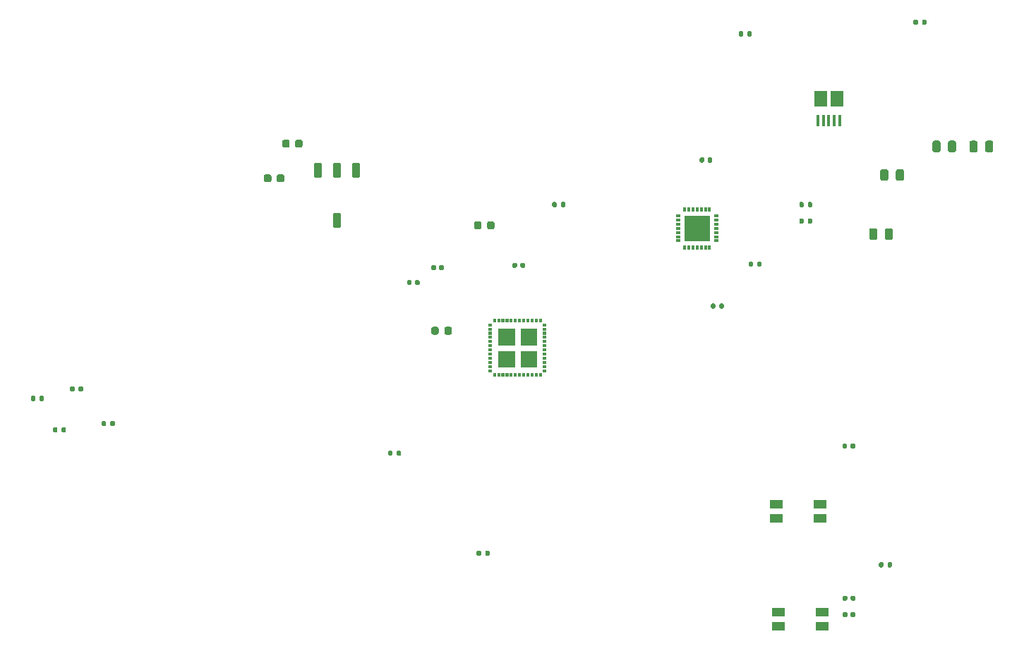
<source format=gbr>
%TF.GenerationSoftware,KiCad,Pcbnew,(5.1.10)-1*%
%TF.CreationDate,2021-11-14T07:07:01-06:00*%
%TF.ProjectId,SeniorDes_PCB,53656e69-6f72-4446-9573-5f5043422e6b,rev?*%
%TF.SameCoordinates,Original*%
%TF.FileFunction,Paste,Top*%
%TF.FilePolarity,Positive*%
%FSLAX46Y46*%
G04 Gerber Fmt 4.6, Leading zero omitted, Abs format (unit mm)*
G04 Created by KiCad (PCBNEW (5.1.10)-1) date 2021-11-14 07:07:01*
%MOMM*%
%LPD*%
G01*
G04 APERTURE LIST*
%ADD10C,0.100000*%
%ADD11C,0.010000*%
%ADD12R,3.149600X3.149600*%
%ADD13R,0.304800X0.609600*%
%ADD14R,0.609600X0.304800*%
%ADD15R,1.550000X1.000000*%
%ADD16R,1.500000X1.900000*%
%ADD17R,0.400000X1.350000*%
G04 APERTURE END LIST*
D10*
%TO.C,U3*%
G36*
X166290000Y-67530000D02*
G01*
X166290000Y-68904800D01*
X167664800Y-68904800D01*
X167664800Y-67530000D01*
X166290000Y-67530000D01*
G37*
X166290000Y-67530000D02*
X166290000Y-68904800D01*
X167664800Y-68904800D01*
X167664800Y-67530000D01*
X166290000Y-67530000D01*
G36*
X166290000Y-65955200D02*
G01*
X166290000Y-67330000D01*
X167664800Y-67330000D01*
X167664800Y-65955200D01*
X166290000Y-65955200D01*
G37*
X166290000Y-65955200D02*
X166290000Y-67330000D01*
X167664800Y-67330000D01*
X167664800Y-65955200D01*
X166290000Y-65955200D01*
G36*
X164715200Y-67530000D02*
G01*
X164715200Y-68904800D01*
X166090000Y-68904800D01*
X166090000Y-67530000D01*
X164715200Y-67530000D01*
G37*
X164715200Y-67530000D02*
X164715200Y-68904800D01*
X166090000Y-68904800D01*
X166090000Y-67530000D01*
X164715200Y-67530000D01*
G36*
X164715200Y-65955200D02*
G01*
X164715200Y-67330000D01*
X166090000Y-67330000D01*
X166090000Y-65955200D01*
X164715200Y-65955200D01*
G37*
X164715200Y-65955200D02*
X164715200Y-67330000D01*
X166090000Y-67330000D01*
X166090000Y-65955200D01*
X164715200Y-65955200D01*
D11*
%TO.C,U2*%
G36*
X145035000Y-82175000D02*
G01*
X146945000Y-82175000D01*
X146945000Y-84085000D01*
X145035000Y-84085000D01*
X145035000Y-82175000D01*
G37*
X145035000Y-82175000D02*
X146945000Y-82175000D01*
X146945000Y-84085000D01*
X145035000Y-84085000D01*
X145035000Y-82175000D01*
G36*
X142335000Y-82175000D02*
G01*
X144245000Y-82175000D01*
X144245000Y-84085000D01*
X142335000Y-84085000D01*
X142335000Y-82175000D01*
G37*
X142335000Y-82175000D02*
X144245000Y-82175000D01*
X144245000Y-84085000D01*
X142335000Y-84085000D01*
X142335000Y-82175000D01*
G36*
X142335000Y-79475000D02*
G01*
X144245000Y-79475000D01*
X144245000Y-81385000D01*
X142335000Y-81385000D01*
X142335000Y-79475000D01*
G37*
X142335000Y-79475000D02*
X144245000Y-79475000D01*
X144245000Y-81385000D01*
X142335000Y-81385000D01*
X142335000Y-79475000D01*
G36*
X145035000Y-79475000D02*
G01*
X146945000Y-79475000D01*
X146945000Y-81385000D01*
X145035000Y-81385000D01*
X145035000Y-79475000D01*
G37*
X145035000Y-79475000D02*
X146945000Y-79475000D01*
X146945000Y-81385000D01*
X145035000Y-81385000D01*
X145035000Y-79475000D01*
%TD*%
D12*
%TO.C,U3*%
X166190000Y-67430000D03*
D13*
X164690000Y-65131300D03*
X165189999Y-65131300D03*
X165690001Y-65131300D03*
X166190000Y-65131300D03*
X166689999Y-65131300D03*
X167190001Y-65131300D03*
X167690000Y-65131300D03*
D14*
X168488700Y-65930000D03*
X168488700Y-66429999D03*
X168488700Y-66930001D03*
X168488700Y-67430000D03*
X168488700Y-67929999D03*
X168488700Y-68430001D03*
X168488700Y-68930000D03*
D13*
X167690000Y-69728700D03*
X167190001Y-69728700D03*
X166689999Y-69728700D03*
X166190000Y-69728700D03*
X165690001Y-69728700D03*
X165189999Y-69728700D03*
X164690000Y-69728700D03*
D14*
X163891300Y-68930000D03*
X163891300Y-68430001D03*
X163891300Y-67929999D03*
X163891300Y-67430000D03*
X163891300Y-66930001D03*
X163891300Y-66429999D03*
X163891300Y-65930000D03*
%TD*%
%TO.C,U2*%
G36*
G01*
X141715000Y-78726000D02*
X141715000Y-78304000D01*
G75*
G02*
X141729000Y-78290000I14000J0D01*
G01*
X142051000Y-78290000D01*
G75*
G02*
X142065000Y-78304000I0J-14000D01*
G01*
X142065000Y-78726000D01*
G75*
G02*
X142051000Y-78740000I-14000J0D01*
G01*
X141729000Y-78740000D01*
G75*
G02*
X141715000Y-78726000I0J14000D01*
G01*
G37*
G36*
G01*
X142215000Y-78726000D02*
X142215000Y-78304000D01*
G75*
G02*
X142229000Y-78290000I14000J0D01*
G01*
X142551000Y-78290000D01*
G75*
G02*
X142565000Y-78304000I0J-14000D01*
G01*
X142565000Y-78726000D01*
G75*
G02*
X142551000Y-78740000I-14000J0D01*
G01*
X142229000Y-78740000D01*
G75*
G02*
X142215000Y-78726000I0J14000D01*
G01*
G37*
G36*
G01*
X142715000Y-78726000D02*
X142715000Y-78304000D01*
G75*
G02*
X142729000Y-78290000I14000J0D01*
G01*
X143051000Y-78290000D01*
G75*
G02*
X143065000Y-78304000I0J-14000D01*
G01*
X143065000Y-78726000D01*
G75*
G02*
X143051000Y-78740000I-14000J0D01*
G01*
X142729000Y-78740000D01*
G75*
G02*
X142715000Y-78726000I0J14000D01*
G01*
G37*
G36*
G01*
X143215000Y-78726000D02*
X143215000Y-78304000D01*
G75*
G02*
X143229000Y-78290000I14000J0D01*
G01*
X143551000Y-78290000D01*
G75*
G02*
X143565000Y-78304000I0J-14000D01*
G01*
X143565000Y-78726000D01*
G75*
G02*
X143551000Y-78740000I-14000J0D01*
G01*
X143229000Y-78740000D01*
G75*
G02*
X143215000Y-78726000I0J14000D01*
G01*
G37*
G36*
G01*
X143715000Y-78726000D02*
X143715000Y-78304000D01*
G75*
G02*
X143729000Y-78290000I14000J0D01*
G01*
X144051000Y-78290000D01*
G75*
G02*
X144065000Y-78304000I0J-14000D01*
G01*
X144065000Y-78726000D01*
G75*
G02*
X144051000Y-78740000I-14000J0D01*
G01*
X143729000Y-78740000D01*
G75*
G02*
X143715000Y-78726000I0J14000D01*
G01*
G37*
G36*
G01*
X144215000Y-78726000D02*
X144215000Y-78304000D01*
G75*
G02*
X144229000Y-78290000I14000J0D01*
G01*
X144551000Y-78290000D01*
G75*
G02*
X144565000Y-78304000I0J-14000D01*
G01*
X144565000Y-78726000D01*
G75*
G02*
X144551000Y-78740000I-14000J0D01*
G01*
X144229000Y-78740000D01*
G75*
G02*
X144215000Y-78726000I0J14000D01*
G01*
G37*
G36*
G01*
X144715000Y-78726000D02*
X144715000Y-78304000D01*
G75*
G02*
X144729000Y-78290000I14000J0D01*
G01*
X145051000Y-78290000D01*
G75*
G02*
X145065000Y-78304000I0J-14000D01*
G01*
X145065000Y-78726000D01*
G75*
G02*
X145051000Y-78740000I-14000J0D01*
G01*
X144729000Y-78740000D01*
G75*
G02*
X144715000Y-78726000I0J14000D01*
G01*
G37*
G36*
G01*
X145215000Y-78726000D02*
X145215000Y-78304000D01*
G75*
G02*
X145229000Y-78290000I14000J0D01*
G01*
X145551000Y-78290000D01*
G75*
G02*
X145565000Y-78304000I0J-14000D01*
G01*
X145565000Y-78726000D01*
G75*
G02*
X145551000Y-78740000I-14000J0D01*
G01*
X145229000Y-78740000D01*
G75*
G02*
X145215000Y-78726000I0J14000D01*
G01*
G37*
G36*
G01*
X145715000Y-78726000D02*
X145715000Y-78304000D01*
G75*
G02*
X145729000Y-78290000I14000J0D01*
G01*
X146051000Y-78290000D01*
G75*
G02*
X146065000Y-78304000I0J-14000D01*
G01*
X146065000Y-78726000D01*
G75*
G02*
X146051000Y-78740000I-14000J0D01*
G01*
X145729000Y-78740000D01*
G75*
G02*
X145715000Y-78726000I0J14000D01*
G01*
G37*
G36*
G01*
X146215000Y-78726000D02*
X146215000Y-78304000D01*
G75*
G02*
X146229000Y-78290000I14000J0D01*
G01*
X146551000Y-78290000D01*
G75*
G02*
X146565000Y-78304000I0J-14000D01*
G01*
X146565000Y-78726000D01*
G75*
G02*
X146551000Y-78740000I-14000J0D01*
G01*
X146229000Y-78740000D01*
G75*
G02*
X146215000Y-78726000I0J14000D01*
G01*
G37*
G36*
G01*
X146715000Y-78726000D02*
X146715000Y-78304000D01*
G75*
G02*
X146729000Y-78290000I14000J0D01*
G01*
X147051000Y-78290000D01*
G75*
G02*
X147065000Y-78304000I0J-14000D01*
G01*
X147065000Y-78726000D01*
G75*
G02*
X147051000Y-78740000I-14000J0D01*
G01*
X146729000Y-78740000D01*
G75*
G02*
X146715000Y-78726000I0J14000D01*
G01*
G37*
G36*
G01*
X147215000Y-78726000D02*
X147215000Y-78304000D01*
G75*
G02*
X147229000Y-78290000I14000J0D01*
G01*
X147551000Y-78290000D01*
G75*
G02*
X147565000Y-78304000I0J-14000D01*
G01*
X147565000Y-78726000D01*
G75*
G02*
X147551000Y-78740000I-14000J0D01*
G01*
X147229000Y-78740000D01*
G75*
G02*
X147215000Y-78726000I0J14000D01*
G01*
G37*
G36*
G01*
X147680000Y-79191000D02*
X147680000Y-78869000D01*
G75*
G02*
X147694000Y-78855000I14000J0D01*
G01*
X148116000Y-78855000D01*
G75*
G02*
X148130000Y-78869000I0J-14000D01*
G01*
X148130000Y-79191000D01*
G75*
G02*
X148116000Y-79205000I-14000J0D01*
G01*
X147694000Y-79205000D01*
G75*
G02*
X147680000Y-79191000I0J14000D01*
G01*
G37*
G36*
G01*
X147680000Y-79691000D02*
X147680000Y-79369000D01*
G75*
G02*
X147694000Y-79355000I14000J0D01*
G01*
X148116000Y-79355000D01*
G75*
G02*
X148130000Y-79369000I0J-14000D01*
G01*
X148130000Y-79691000D01*
G75*
G02*
X148116000Y-79705000I-14000J0D01*
G01*
X147694000Y-79705000D01*
G75*
G02*
X147680000Y-79691000I0J14000D01*
G01*
G37*
G36*
G01*
X147680000Y-80191000D02*
X147680000Y-79869000D01*
G75*
G02*
X147694000Y-79855000I14000J0D01*
G01*
X148116000Y-79855000D01*
G75*
G02*
X148130000Y-79869000I0J-14000D01*
G01*
X148130000Y-80191000D01*
G75*
G02*
X148116000Y-80205000I-14000J0D01*
G01*
X147694000Y-80205000D01*
G75*
G02*
X147680000Y-80191000I0J14000D01*
G01*
G37*
G36*
G01*
X147680000Y-80691000D02*
X147680000Y-80369000D01*
G75*
G02*
X147694000Y-80355000I14000J0D01*
G01*
X148116000Y-80355000D01*
G75*
G02*
X148130000Y-80369000I0J-14000D01*
G01*
X148130000Y-80691000D01*
G75*
G02*
X148116000Y-80705000I-14000J0D01*
G01*
X147694000Y-80705000D01*
G75*
G02*
X147680000Y-80691000I0J14000D01*
G01*
G37*
G36*
G01*
X147680000Y-81191000D02*
X147680000Y-80869000D01*
G75*
G02*
X147694000Y-80855000I14000J0D01*
G01*
X148116000Y-80855000D01*
G75*
G02*
X148130000Y-80869000I0J-14000D01*
G01*
X148130000Y-81191000D01*
G75*
G02*
X148116000Y-81205000I-14000J0D01*
G01*
X147694000Y-81205000D01*
G75*
G02*
X147680000Y-81191000I0J14000D01*
G01*
G37*
G36*
G01*
X147680000Y-81691000D02*
X147680000Y-81369000D01*
G75*
G02*
X147694000Y-81355000I14000J0D01*
G01*
X148116000Y-81355000D01*
G75*
G02*
X148130000Y-81369000I0J-14000D01*
G01*
X148130000Y-81691000D01*
G75*
G02*
X148116000Y-81705000I-14000J0D01*
G01*
X147694000Y-81705000D01*
G75*
G02*
X147680000Y-81691000I0J14000D01*
G01*
G37*
G36*
G01*
X147680000Y-82191000D02*
X147680000Y-81869000D01*
G75*
G02*
X147694000Y-81855000I14000J0D01*
G01*
X148116000Y-81855000D01*
G75*
G02*
X148130000Y-81869000I0J-14000D01*
G01*
X148130000Y-82191000D01*
G75*
G02*
X148116000Y-82205000I-14000J0D01*
G01*
X147694000Y-82205000D01*
G75*
G02*
X147680000Y-82191000I0J14000D01*
G01*
G37*
G36*
G01*
X147680000Y-82691000D02*
X147680000Y-82369000D01*
G75*
G02*
X147694000Y-82355000I14000J0D01*
G01*
X148116000Y-82355000D01*
G75*
G02*
X148130000Y-82369000I0J-14000D01*
G01*
X148130000Y-82691000D01*
G75*
G02*
X148116000Y-82705000I-14000J0D01*
G01*
X147694000Y-82705000D01*
G75*
G02*
X147680000Y-82691000I0J14000D01*
G01*
G37*
G36*
G01*
X147680000Y-83191000D02*
X147680000Y-82869000D01*
G75*
G02*
X147694000Y-82855000I14000J0D01*
G01*
X148116000Y-82855000D01*
G75*
G02*
X148130000Y-82869000I0J-14000D01*
G01*
X148130000Y-83191000D01*
G75*
G02*
X148116000Y-83205000I-14000J0D01*
G01*
X147694000Y-83205000D01*
G75*
G02*
X147680000Y-83191000I0J14000D01*
G01*
G37*
G36*
G01*
X147680000Y-83691000D02*
X147680000Y-83369000D01*
G75*
G02*
X147694000Y-83355000I14000J0D01*
G01*
X148116000Y-83355000D01*
G75*
G02*
X148130000Y-83369000I0J-14000D01*
G01*
X148130000Y-83691000D01*
G75*
G02*
X148116000Y-83705000I-14000J0D01*
G01*
X147694000Y-83705000D01*
G75*
G02*
X147680000Y-83691000I0J14000D01*
G01*
G37*
G36*
G01*
X147680000Y-84191000D02*
X147680000Y-83869000D01*
G75*
G02*
X147694000Y-83855000I14000J0D01*
G01*
X148116000Y-83855000D01*
G75*
G02*
X148130000Y-83869000I0J-14000D01*
G01*
X148130000Y-84191000D01*
G75*
G02*
X148116000Y-84205000I-14000J0D01*
G01*
X147694000Y-84205000D01*
G75*
G02*
X147680000Y-84191000I0J14000D01*
G01*
G37*
G36*
G01*
X147680000Y-84691000D02*
X147680000Y-84369000D01*
G75*
G02*
X147694000Y-84355000I14000J0D01*
G01*
X148116000Y-84355000D01*
G75*
G02*
X148130000Y-84369000I0J-14000D01*
G01*
X148130000Y-84691000D01*
G75*
G02*
X148116000Y-84705000I-14000J0D01*
G01*
X147694000Y-84705000D01*
G75*
G02*
X147680000Y-84691000I0J14000D01*
G01*
G37*
G36*
G01*
X147215000Y-85256000D02*
X147215000Y-84834000D01*
G75*
G02*
X147229000Y-84820000I14000J0D01*
G01*
X147551000Y-84820000D01*
G75*
G02*
X147565000Y-84834000I0J-14000D01*
G01*
X147565000Y-85256000D01*
G75*
G02*
X147551000Y-85270000I-14000J0D01*
G01*
X147229000Y-85270000D01*
G75*
G02*
X147215000Y-85256000I0J14000D01*
G01*
G37*
G36*
G01*
X146715000Y-85256000D02*
X146715000Y-84834000D01*
G75*
G02*
X146729000Y-84820000I14000J0D01*
G01*
X147051000Y-84820000D01*
G75*
G02*
X147065000Y-84834000I0J-14000D01*
G01*
X147065000Y-85256000D01*
G75*
G02*
X147051000Y-85270000I-14000J0D01*
G01*
X146729000Y-85270000D01*
G75*
G02*
X146715000Y-85256000I0J14000D01*
G01*
G37*
G36*
G01*
X146215000Y-85256000D02*
X146215000Y-84834000D01*
G75*
G02*
X146229000Y-84820000I14000J0D01*
G01*
X146551000Y-84820000D01*
G75*
G02*
X146565000Y-84834000I0J-14000D01*
G01*
X146565000Y-85256000D01*
G75*
G02*
X146551000Y-85270000I-14000J0D01*
G01*
X146229000Y-85270000D01*
G75*
G02*
X146215000Y-85256000I0J14000D01*
G01*
G37*
G36*
G01*
X145715000Y-85256000D02*
X145715000Y-84834000D01*
G75*
G02*
X145729000Y-84820000I14000J0D01*
G01*
X146051000Y-84820000D01*
G75*
G02*
X146065000Y-84834000I0J-14000D01*
G01*
X146065000Y-85256000D01*
G75*
G02*
X146051000Y-85270000I-14000J0D01*
G01*
X145729000Y-85270000D01*
G75*
G02*
X145715000Y-85256000I0J14000D01*
G01*
G37*
G36*
G01*
X145215000Y-85256000D02*
X145215000Y-84834000D01*
G75*
G02*
X145229000Y-84820000I14000J0D01*
G01*
X145551000Y-84820000D01*
G75*
G02*
X145565000Y-84834000I0J-14000D01*
G01*
X145565000Y-85256000D01*
G75*
G02*
X145551000Y-85270000I-14000J0D01*
G01*
X145229000Y-85270000D01*
G75*
G02*
X145215000Y-85256000I0J14000D01*
G01*
G37*
G36*
G01*
X144715000Y-85256000D02*
X144715000Y-84834000D01*
G75*
G02*
X144729000Y-84820000I14000J0D01*
G01*
X145051000Y-84820000D01*
G75*
G02*
X145065000Y-84834000I0J-14000D01*
G01*
X145065000Y-85256000D01*
G75*
G02*
X145051000Y-85270000I-14000J0D01*
G01*
X144729000Y-85270000D01*
G75*
G02*
X144715000Y-85256000I0J14000D01*
G01*
G37*
G36*
G01*
X144215000Y-85256000D02*
X144215000Y-84834000D01*
G75*
G02*
X144229000Y-84820000I14000J0D01*
G01*
X144551000Y-84820000D01*
G75*
G02*
X144565000Y-84834000I0J-14000D01*
G01*
X144565000Y-85256000D01*
G75*
G02*
X144551000Y-85270000I-14000J0D01*
G01*
X144229000Y-85270000D01*
G75*
G02*
X144215000Y-85256000I0J14000D01*
G01*
G37*
G36*
G01*
X143715000Y-85256000D02*
X143715000Y-84834000D01*
G75*
G02*
X143729000Y-84820000I14000J0D01*
G01*
X144051000Y-84820000D01*
G75*
G02*
X144065000Y-84834000I0J-14000D01*
G01*
X144065000Y-85256000D01*
G75*
G02*
X144051000Y-85270000I-14000J0D01*
G01*
X143729000Y-85270000D01*
G75*
G02*
X143715000Y-85256000I0J14000D01*
G01*
G37*
G36*
G01*
X143215000Y-85256000D02*
X143215000Y-84834000D01*
G75*
G02*
X143229000Y-84820000I14000J0D01*
G01*
X143551000Y-84820000D01*
G75*
G02*
X143565000Y-84834000I0J-14000D01*
G01*
X143565000Y-85256000D01*
G75*
G02*
X143551000Y-85270000I-14000J0D01*
G01*
X143229000Y-85270000D01*
G75*
G02*
X143215000Y-85256000I0J14000D01*
G01*
G37*
G36*
G01*
X142715000Y-85256000D02*
X142715000Y-84834000D01*
G75*
G02*
X142729000Y-84820000I14000J0D01*
G01*
X143051000Y-84820000D01*
G75*
G02*
X143065000Y-84834000I0J-14000D01*
G01*
X143065000Y-85256000D01*
G75*
G02*
X143051000Y-85270000I-14000J0D01*
G01*
X142729000Y-85270000D01*
G75*
G02*
X142715000Y-85256000I0J14000D01*
G01*
G37*
G36*
G01*
X142215000Y-85256000D02*
X142215000Y-84834000D01*
G75*
G02*
X142229000Y-84820000I14000J0D01*
G01*
X142551000Y-84820000D01*
G75*
G02*
X142565000Y-84834000I0J-14000D01*
G01*
X142565000Y-85256000D01*
G75*
G02*
X142551000Y-85270000I-14000J0D01*
G01*
X142229000Y-85270000D01*
G75*
G02*
X142215000Y-85256000I0J14000D01*
G01*
G37*
G36*
G01*
X141715000Y-85256000D02*
X141715000Y-84834000D01*
G75*
G02*
X141729000Y-84820000I14000J0D01*
G01*
X142051000Y-84820000D01*
G75*
G02*
X142065000Y-84834000I0J-14000D01*
G01*
X142065000Y-85256000D01*
G75*
G02*
X142051000Y-85270000I-14000J0D01*
G01*
X141729000Y-85270000D01*
G75*
G02*
X141715000Y-85256000I0J14000D01*
G01*
G37*
G36*
G01*
X141150000Y-84691000D02*
X141150000Y-84369000D01*
G75*
G02*
X141164000Y-84355000I14000J0D01*
G01*
X141586000Y-84355000D01*
G75*
G02*
X141600000Y-84369000I0J-14000D01*
G01*
X141600000Y-84691000D01*
G75*
G02*
X141586000Y-84705000I-14000J0D01*
G01*
X141164000Y-84705000D01*
G75*
G02*
X141150000Y-84691000I0J14000D01*
G01*
G37*
G36*
G01*
X141150000Y-84191000D02*
X141150000Y-83869000D01*
G75*
G02*
X141164000Y-83855000I14000J0D01*
G01*
X141586000Y-83855000D01*
G75*
G02*
X141600000Y-83869000I0J-14000D01*
G01*
X141600000Y-84191000D01*
G75*
G02*
X141586000Y-84205000I-14000J0D01*
G01*
X141164000Y-84205000D01*
G75*
G02*
X141150000Y-84191000I0J14000D01*
G01*
G37*
G36*
G01*
X141150000Y-83691000D02*
X141150000Y-83369000D01*
G75*
G02*
X141164000Y-83355000I14000J0D01*
G01*
X141586000Y-83355000D01*
G75*
G02*
X141600000Y-83369000I0J-14000D01*
G01*
X141600000Y-83691000D01*
G75*
G02*
X141586000Y-83705000I-14000J0D01*
G01*
X141164000Y-83705000D01*
G75*
G02*
X141150000Y-83691000I0J14000D01*
G01*
G37*
G36*
G01*
X141150000Y-83191000D02*
X141150000Y-82869000D01*
G75*
G02*
X141164000Y-82855000I14000J0D01*
G01*
X141586000Y-82855000D01*
G75*
G02*
X141600000Y-82869000I0J-14000D01*
G01*
X141600000Y-83191000D01*
G75*
G02*
X141586000Y-83205000I-14000J0D01*
G01*
X141164000Y-83205000D01*
G75*
G02*
X141150000Y-83191000I0J14000D01*
G01*
G37*
G36*
G01*
X141150000Y-82691000D02*
X141150000Y-82369000D01*
G75*
G02*
X141164000Y-82355000I14000J0D01*
G01*
X141586000Y-82355000D01*
G75*
G02*
X141600000Y-82369000I0J-14000D01*
G01*
X141600000Y-82691000D01*
G75*
G02*
X141586000Y-82705000I-14000J0D01*
G01*
X141164000Y-82705000D01*
G75*
G02*
X141150000Y-82691000I0J14000D01*
G01*
G37*
G36*
G01*
X141150000Y-82191000D02*
X141150000Y-81869000D01*
G75*
G02*
X141164000Y-81855000I14000J0D01*
G01*
X141586000Y-81855000D01*
G75*
G02*
X141600000Y-81869000I0J-14000D01*
G01*
X141600000Y-82191000D01*
G75*
G02*
X141586000Y-82205000I-14000J0D01*
G01*
X141164000Y-82205000D01*
G75*
G02*
X141150000Y-82191000I0J14000D01*
G01*
G37*
G36*
G01*
X141150000Y-81691000D02*
X141150000Y-81369000D01*
G75*
G02*
X141164000Y-81355000I14000J0D01*
G01*
X141586000Y-81355000D01*
G75*
G02*
X141600000Y-81369000I0J-14000D01*
G01*
X141600000Y-81691000D01*
G75*
G02*
X141586000Y-81705000I-14000J0D01*
G01*
X141164000Y-81705000D01*
G75*
G02*
X141150000Y-81691000I0J14000D01*
G01*
G37*
G36*
G01*
X141150000Y-81191000D02*
X141150000Y-80869000D01*
G75*
G02*
X141164000Y-80855000I14000J0D01*
G01*
X141586000Y-80855000D01*
G75*
G02*
X141600000Y-80869000I0J-14000D01*
G01*
X141600000Y-81191000D01*
G75*
G02*
X141586000Y-81205000I-14000J0D01*
G01*
X141164000Y-81205000D01*
G75*
G02*
X141150000Y-81191000I0J14000D01*
G01*
G37*
G36*
G01*
X141150000Y-80691000D02*
X141150000Y-80369000D01*
G75*
G02*
X141164000Y-80355000I14000J0D01*
G01*
X141586000Y-80355000D01*
G75*
G02*
X141600000Y-80369000I0J-14000D01*
G01*
X141600000Y-80691000D01*
G75*
G02*
X141586000Y-80705000I-14000J0D01*
G01*
X141164000Y-80705000D01*
G75*
G02*
X141150000Y-80691000I0J14000D01*
G01*
G37*
G36*
G01*
X141150000Y-80191000D02*
X141150000Y-79869000D01*
G75*
G02*
X141164000Y-79855000I14000J0D01*
G01*
X141586000Y-79855000D01*
G75*
G02*
X141600000Y-79869000I0J-14000D01*
G01*
X141600000Y-80191000D01*
G75*
G02*
X141586000Y-80205000I-14000J0D01*
G01*
X141164000Y-80205000D01*
G75*
G02*
X141150000Y-80191000I0J14000D01*
G01*
G37*
G36*
G01*
X141150000Y-79691000D02*
X141150000Y-79369000D01*
G75*
G02*
X141164000Y-79355000I14000J0D01*
G01*
X141586000Y-79355000D01*
G75*
G02*
X141600000Y-79369000I0J-14000D01*
G01*
X141600000Y-79691000D01*
G75*
G02*
X141586000Y-79705000I-14000J0D01*
G01*
X141164000Y-79705000D01*
G75*
G02*
X141150000Y-79691000I0J14000D01*
G01*
G37*
G36*
G01*
X141150000Y-79191000D02*
X141150000Y-78869000D01*
G75*
G02*
X141164000Y-78855000I14000J0D01*
G01*
X141586000Y-78855000D01*
G75*
G02*
X141600000Y-78869000I0J-14000D01*
G01*
X141600000Y-79191000D01*
G75*
G02*
X141586000Y-79205000I-14000J0D01*
G01*
X141164000Y-79205000D01*
G75*
G02*
X141150000Y-79191000I0J14000D01*
G01*
G37*
%TD*%
%TO.C,U1*%
G36*
G01*
X122642900Y-65585000D02*
X123337100Y-65585000D01*
G75*
G02*
X123435000Y-65682900I0J-97900D01*
G01*
X123435000Y-67297100D01*
G75*
G02*
X123337100Y-67395000I-97900J0D01*
G01*
X122642900Y-67395000D01*
G75*
G02*
X122545000Y-67297100I0J97900D01*
G01*
X122545000Y-65682900D01*
G75*
G02*
X122642900Y-65585000I97900J0D01*
G01*
G37*
G36*
G01*
X120342900Y-59565000D02*
X121037100Y-59565000D01*
G75*
G02*
X121135000Y-59662900I0J-97900D01*
G01*
X121135000Y-61277100D01*
G75*
G02*
X121037100Y-61375000I-97900J0D01*
G01*
X120342900Y-61375000D01*
G75*
G02*
X120245000Y-61277100I0J97900D01*
G01*
X120245000Y-59662900D01*
G75*
G02*
X120342900Y-59565000I97900J0D01*
G01*
G37*
G36*
G01*
X122642900Y-59565000D02*
X123337100Y-59565000D01*
G75*
G02*
X123435000Y-59662900I0J-97900D01*
G01*
X123435000Y-61277100D01*
G75*
G02*
X123337100Y-61375000I-97900J0D01*
G01*
X122642900Y-61375000D01*
G75*
G02*
X122545000Y-61277100I0J97900D01*
G01*
X122545000Y-59662900D01*
G75*
G02*
X122642900Y-59565000I97900J0D01*
G01*
G37*
G36*
G01*
X124942900Y-59565000D02*
X125637100Y-59565000D01*
G75*
G02*
X125735000Y-59662900I0J-97900D01*
G01*
X125735000Y-61277100D01*
G75*
G02*
X125637100Y-61375000I-97900J0D01*
G01*
X124942900Y-61375000D01*
G75*
G02*
X124845000Y-61277100I0J97900D01*
G01*
X124845000Y-59662900D01*
G75*
G02*
X124942900Y-59565000I97900J0D01*
G01*
G37*
%TD*%
D15*
%TO.C,SW2*%
X180965000Y-100580000D03*
X175715000Y-100580000D03*
X175715000Y-102280000D03*
X180965000Y-102280000D03*
%TD*%
%TO.C,SW1*%
X181165000Y-113530000D03*
X175915000Y-113530000D03*
X175915000Y-115230000D03*
X181165000Y-115230000D03*
%TD*%
%TO.C,R14*%
G36*
G01*
X193180000Y-42865000D02*
X193180000Y-42495000D01*
G75*
G02*
X193315000Y-42360000I135000J0D01*
G01*
X193585000Y-42360000D01*
G75*
G02*
X193720000Y-42495000I0J-135000D01*
G01*
X193720000Y-42865000D01*
G75*
G02*
X193585000Y-43000000I-135000J0D01*
G01*
X193315000Y-43000000D01*
G75*
G02*
X193180000Y-42865000I0J135000D01*
G01*
G37*
G36*
G01*
X192160000Y-42865000D02*
X192160000Y-42495000D01*
G75*
G02*
X192295000Y-42360000I135000J0D01*
G01*
X192565000Y-42360000D01*
G75*
G02*
X192700000Y-42495000I0J-135000D01*
G01*
X192700000Y-42865000D01*
G75*
G02*
X192565000Y-43000000I-135000J0D01*
G01*
X192295000Y-43000000D01*
G75*
G02*
X192160000Y-42865000I0J135000D01*
G01*
G37*
%TD*%
%TO.C,R13*%
G36*
G01*
X172215001Y-44260001D02*
X172215001Y-43890001D01*
G75*
G02*
X172350001Y-43755001I135000J0D01*
G01*
X172620001Y-43755001D01*
G75*
G02*
X172755001Y-43890001I0J-135000D01*
G01*
X172755001Y-44260001D01*
G75*
G02*
X172620001Y-44395001I-135000J0D01*
G01*
X172350001Y-44395001D01*
G75*
G02*
X172215001Y-44260001I0J135000D01*
G01*
G37*
G36*
G01*
X171195001Y-44260001D02*
X171195001Y-43890001D01*
G75*
G02*
X171330001Y-43755001I135000J0D01*
G01*
X171600001Y-43755001D01*
G75*
G02*
X171735001Y-43890001I0J-135000D01*
G01*
X171735001Y-44260001D01*
G75*
G02*
X171600001Y-44395001I-135000J0D01*
G01*
X171330001Y-44395001D01*
G75*
G02*
X171195001Y-44260001I0J135000D01*
G01*
G37*
%TD*%
%TO.C,R12*%
G36*
G01*
X130130000Y-94615000D02*
X130130000Y-94245000D01*
G75*
G02*
X130265000Y-94110000I135000J0D01*
G01*
X130535000Y-94110000D01*
G75*
G02*
X130670000Y-94245000I0J-135000D01*
G01*
X130670000Y-94615000D01*
G75*
G02*
X130535000Y-94750000I-135000J0D01*
G01*
X130265000Y-94750000D01*
G75*
G02*
X130130000Y-94615000I0J135000D01*
G01*
G37*
G36*
G01*
X129110000Y-94615000D02*
X129110000Y-94245000D01*
G75*
G02*
X129245000Y-94110000I135000J0D01*
G01*
X129515000Y-94110000D01*
G75*
G02*
X129650000Y-94245000I0J-135000D01*
G01*
X129650000Y-94615000D01*
G75*
G02*
X129515000Y-94750000I-135000J0D01*
G01*
X129245000Y-94750000D01*
G75*
G02*
X129110000Y-94615000I0J135000D01*
G01*
G37*
%TD*%
%TO.C,R11*%
G36*
G01*
X140770000Y-106615000D02*
X140770000Y-106245000D01*
G75*
G02*
X140905000Y-106110000I135000J0D01*
G01*
X141175000Y-106110000D01*
G75*
G02*
X141310000Y-106245000I0J-135000D01*
G01*
X141310000Y-106615000D01*
G75*
G02*
X141175000Y-106750000I-135000J0D01*
G01*
X140905000Y-106750000D01*
G75*
G02*
X140770000Y-106615000I0J135000D01*
G01*
G37*
G36*
G01*
X139750000Y-106615000D02*
X139750000Y-106245000D01*
G75*
G02*
X139885000Y-106110000I135000J0D01*
G01*
X140155000Y-106110000D01*
G75*
G02*
X140290000Y-106245000I0J-135000D01*
G01*
X140290000Y-106615000D01*
G75*
G02*
X140155000Y-106750000I-135000J0D01*
G01*
X139885000Y-106750000D01*
G75*
G02*
X139750000Y-106615000I0J135000D01*
G01*
G37*
%TD*%
%TO.C,R10*%
G36*
G01*
X87280000Y-88065000D02*
X87280000Y-87695000D01*
G75*
G02*
X87415000Y-87560000I135000J0D01*
G01*
X87685000Y-87560000D01*
G75*
G02*
X87820000Y-87695000I0J-135000D01*
G01*
X87820000Y-88065000D01*
G75*
G02*
X87685000Y-88200000I-135000J0D01*
G01*
X87415000Y-88200000D01*
G75*
G02*
X87280000Y-88065000I0J135000D01*
G01*
G37*
G36*
G01*
X86260000Y-88065000D02*
X86260000Y-87695000D01*
G75*
G02*
X86395000Y-87560000I135000J0D01*
G01*
X86665000Y-87560000D01*
G75*
G02*
X86800000Y-87695000I0J-135000D01*
G01*
X86800000Y-88065000D01*
G75*
G02*
X86665000Y-88200000I-135000J0D01*
G01*
X86395000Y-88200000D01*
G75*
G02*
X86260000Y-88065000I0J135000D01*
G01*
G37*
%TD*%
%TO.C,R9*%
G36*
G01*
X91980000Y-86915000D02*
X91980000Y-86545000D01*
G75*
G02*
X92115000Y-86410000I135000J0D01*
G01*
X92385000Y-86410000D01*
G75*
G02*
X92520000Y-86545000I0J-135000D01*
G01*
X92520000Y-86915000D01*
G75*
G02*
X92385000Y-87050000I-135000J0D01*
G01*
X92115000Y-87050000D01*
G75*
G02*
X91980000Y-86915000I0J135000D01*
G01*
G37*
G36*
G01*
X90960000Y-86915000D02*
X90960000Y-86545000D01*
G75*
G02*
X91095000Y-86410000I135000J0D01*
G01*
X91365000Y-86410000D01*
G75*
G02*
X91500000Y-86545000I0J-135000D01*
G01*
X91500000Y-86915000D01*
G75*
G02*
X91365000Y-87050000I-135000J0D01*
G01*
X91095000Y-87050000D01*
G75*
G02*
X90960000Y-86915000I0J135000D01*
G01*
G37*
%TD*%
%TO.C,R8*%
G36*
G01*
X95780000Y-91065000D02*
X95780000Y-90695000D01*
G75*
G02*
X95915000Y-90560000I135000J0D01*
G01*
X96185000Y-90560000D01*
G75*
G02*
X96320000Y-90695000I0J-135000D01*
G01*
X96320000Y-91065000D01*
G75*
G02*
X96185000Y-91200000I-135000J0D01*
G01*
X95915000Y-91200000D01*
G75*
G02*
X95780000Y-91065000I0J135000D01*
G01*
G37*
G36*
G01*
X94760000Y-91065000D02*
X94760000Y-90695000D01*
G75*
G02*
X94895000Y-90560000I135000J0D01*
G01*
X95165000Y-90560000D01*
G75*
G02*
X95300000Y-90695000I0J-135000D01*
G01*
X95300000Y-91065000D01*
G75*
G02*
X95165000Y-91200000I-135000J0D01*
G01*
X94895000Y-91200000D01*
G75*
G02*
X94760000Y-91065000I0J135000D01*
G01*
G37*
%TD*%
%TO.C,R7*%
G36*
G01*
X89930000Y-91815000D02*
X89930000Y-91445000D01*
G75*
G02*
X90065000Y-91310000I135000J0D01*
G01*
X90335000Y-91310000D01*
G75*
G02*
X90470000Y-91445000I0J-135000D01*
G01*
X90470000Y-91815000D01*
G75*
G02*
X90335000Y-91950000I-135000J0D01*
G01*
X90065000Y-91950000D01*
G75*
G02*
X89930000Y-91815000I0J135000D01*
G01*
G37*
G36*
G01*
X88910000Y-91815000D02*
X88910000Y-91445000D01*
G75*
G02*
X89045000Y-91310000I135000J0D01*
G01*
X89315000Y-91310000D01*
G75*
G02*
X89450000Y-91445000I0J-135000D01*
G01*
X89450000Y-91815000D01*
G75*
G02*
X89315000Y-91950000I-135000J0D01*
G01*
X89045000Y-91950000D01*
G75*
G02*
X88910000Y-91815000I0J135000D01*
G01*
G37*
%TD*%
%TO.C,R6*%
G36*
G01*
X179465001Y-66760001D02*
X179465001Y-66390001D01*
G75*
G02*
X179600001Y-66255001I135000J0D01*
G01*
X179870001Y-66255001D01*
G75*
G02*
X180005001Y-66390001I0J-135000D01*
G01*
X180005001Y-66760001D01*
G75*
G02*
X179870001Y-66895001I-135000J0D01*
G01*
X179600001Y-66895001D01*
G75*
G02*
X179465001Y-66760001I0J135000D01*
G01*
G37*
G36*
G01*
X178445001Y-66760001D02*
X178445001Y-66390001D01*
G75*
G02*
X178580001Y-66255001I135000J0D01*
G01*
X178850001Y-66255001D01*
G75*
G02*
X178985001Y-66390001I0J-135000D01*
G01*
X178985001Y-66760001D01*
G75*
G02*
X178850001Y-66895001I-135000J0D01*
G01*
X178580001Y-66895001D01*
G75*
G02*
X178445001Y-66760001I0J135000D01*
G01*
G37*
%TD*%
%TO.C,R5*%
G36*
G01*
X168865001Y-76950001D02*
X168865001Y-76580001D01*
G75*
G02*
X169000001Y-76445001I135000J0D01*
G01*
X169270001Y-76445001D01*
G75*
G02*
X169405001Y-76580001I0J-135000D01*
G01*
X169405001Y-76950001D01*
G75*
G02*
X169270001Y-77085001I-135000J0D01*
G01*
X169000001Y-77085001D01*
G75*
G02*
X168865001Y-76950001I0J135000D01*
G01*
G37*
G36*
G01*
X167845001Y-76950001D02*
X167845001Y-76580001D01*
G75*
G02*
X167980001Y-76445001I135000J0D01*
G01*
X168250001Y-76445001D01*
G75*
G02*
X168385001Y-76580001I0J-135000D01*
G01*
X168385001Y-76950001D01*
G75*
G02*
X168250001Y-77085001I-135000J0D01*
G01*
X167980001Y-77085001D01*
G75*
G02*
X167845001Y-76950001I0J135000D01*
G01*
G37*
%TD*%
%TO.C,R4*%
G36*
G01*
X173395001Y-71920001D02*
X173395001Y-71550001D01*
G75*
G02*
X173530001Y-71415001I135000J0D01*
G01*
X173800001Y-71415001D01*
G75*
G02*
X173935001Y-71550001I0J-135000D01*
G01*
X173935001Y-71920001D01*
G75*
G02*
X173800001Y-72055001I-135000J0D01*
G01*
X173530001Y-72055001D01*
G75*
G02*
X173395001Y-71920001I0J135000D01*
G01*
G37*
G36*
G01*
X172375001Y-71920001D02*
X172375001Y-71550001D01*
G75*
G02*
X172510001Y-71415001I135000J0D01*
G01*
X172780001Y-71415001D01*
G75*
G02*
X172915001Y-71550001I0J-135000D01*
G01*
X172915001Y-71920001D01*
G75*
G02*
X172780001Y-72055001I-135000J0D01*
G01*
X172510001Y-72055001D01*
G75*
G02*
X172375001Y-71920001I0J135000D01*
G01*
G37*
%TD*%
%TO.C,R3*%
G36*
G01*
X179465001Y-64770001D02*
X179465001Y-64400001D01*
G75*
G02*
X179600001Y-64265001I135000J0D01*
G01*
X179870001Y-64265001D01*
G75*
G02*
X180005001Y-64400001I0J-135000D01*
G01*
X180005001Y-64770001D01*
G75*
G02*
X179870001Y-64905001I-135000J0D01*
G01*
X179600001Y-64905001D01*
G75*
G02*
X179465001Y-64770001I0J135000D01*
G01*
G37*
G36*
G01*
X178445001Y-64770001D02*
X178445001Y-64400001D01*
G75*
G02*
X178580001Y-64265001I135000J0D01*
G01*
X178850001Y-64265001D01*
G75*
G02*
X178985001Y-64400001I0J-135000D01*
G01*
X178985001Y-64770001D01*
G75*
G02*
X178850001Y-64905001I-135000J0D01*
G01*
X178580001Y-64905001D01*
G75*
G02*
X178445001Y-64770001I0J135000D01*
G01*
G37*
%TD*%
%TO.C,R2*%
G36*
G01*
X149830000Y-64765000D02*
X149830000Y-64395000D01*
G75*
G02*
X149965000Y-64260000I135000J0D01*
G01*
X150235000Y-64260000D01*
G75*
G02*
X150370000Y-64395000I0J-135000D01*
G01*
X150370000Y-64765000D01*
G75*
G02*
X150235000Y-64900000I-135000J0D01*
G01*
X149965000Y-64900000D01*
G75*
G02*
X149830000Y-64765000I0J135000D01*
G01*
G37*
G36*
G01*
X148810000Y-64765000D02*
X148810000Y-64395000D01*
G75*
G02*
X148945000Y-64260000I135000J0D01*
G01*
X149215000Y-64260000D01*
G75*
G02*
X149350000Y-64395000I0J-135000D01*
G01*
X149350000Y-64765000D01*
G75*
G02*
X149215000Y-64900000I-135000J0D01*
G01*
X148945000Y-64900000D01*
G75*
G02*
X148810000Y-64765000I0J135000D01*
G01*
G37*
%TD*%
%TO.C,R1*%
G36*
G01*
X189030000Y-108015000D02*
X189030000Y-107645000D01*
G75*
G02*
X189165000Y-107510000I135000J0D01*
G01*
X189435000Y-107510000D01*
G75*
G02*
X189570000Y-107645000I0J-135000D01*
G01*
X189570000Y-108015000D01*
G75*
G02*
X189435000Y-108150000I-135000J0D01*
G01*
X189165000Y-108150000D01*
G75*
G02*
X189030000Y-108015000I0J135000D01*
G01*
G37*
G36*
G01*
X188010000Y-108015000D02*
X188010000Y-107645000D01*
G75*
G02*
X188145000Y-107510000I135000J0D01*
G01*
X188415000Y-107510000D01*
G75*
G02*
X188550000Y-107645000I0J-135000D01*
G01*
X188550000Y-108015000D01*
G75*
G02*
X188415000Y-108150000I-135000J0D01*
G01*
X188145000Y-108150000D01*
G75*
G02*
X188010000Y-108015000I0J135000D01*
G01*
G37*
%TD*%
%TO.C,L1*%
G36*
G01*
X135890000Y-79986250D02*
X135890000Y-79473750D01*
G75*
G02*
X136108750Y-79255000I218750J0D01*
G01*
X136546250Y-79255000D01*
G75*
G02*
X136765000Y-79473750I0J-218750D01*
G01*
X136765000Y-79986250D01*
G75*
G02*
X136546250Y-80205000I-218750J0D01*
G01*
X136108750Y-80205000D01*
G75*
G02*
X135890000Y-79986250I0J218750D01*
G01*
G37*
G36*
G01*
X134315000Y-79986250D02*
X134315000Y-79473750D01*
G75*
G02*
X134533750Y-79255000I218750J0D01*
G01*
X134971250Y-79255000D01*
G75*
G02*
X135190000Y-79473750I0J-218750D01*
G01*
X135190000Y-79986250D01*
G75*
G02*
X134971250Y-80205000I-218750J0D01*
G01*
X134533750Y-80205000D01*
G75*
G02*
X134315000Y-79986250I0J218750D01*
G01*
G37*
%TD*%
D16*
%TO.C,J1*%
X182990000Y-51842500D03*
D17*
X181990000Y-54542500D03*
X181340000Y-54542500D03*
X180690000Y-54542500D03*
X183290000Y-54542500D03*
X182640000Y-54542500D03*
D16*
X180990000Y-51842500D03*
%TD*%
%TO.C,D4*%
G36*
G01*
X200745001Y-58066251D02*
X200745001Y-57153751D01*
G75*
G02*
X200988751Y-56910001I243750J0D01*
G01*
X201476251Y-56910001D01*
G75*
G02*
X201720001Y-57153751I0J-243750D01*
G01*
X201720001Y-58066251D01*
G75*
G02*
X201476251Y-58310001I-243750J0D01*
G01*
X200988751Y-58310001D01*
G75*
G02*
X200745001Y-58066251I0J243750D01*
G01*
G37*
G36*
G01*
X198870001Y-58066251D02*
X198870001Y-57153751D01*
G75*
G02*
X199113751Y-56910001I243750J0D01*
G01*
X199601251Y-56910001D01*
G75*
G02*
X199845001Y-57153751I0J-243750D01*
G01*
X199845001Y-58066251D01*
G75*
G02*
X199601251Y-58310001I-243750J0D01*
G01*
X199113751Y-58310001D01*
G75*
G02*
X198870001Y-58066251I0J243750D01*
G01*
G37*
%TD*%
%TO.C,D3*%
G36*
G01*
X190040000Y-61486250D02*
X190040000Y-60573750D01*
G75*
G02*
X190283750Y-60330000I243750J0D01*
G01*
X190771250Y-60330000D01*
G75*
G02*
X191015000Y-60573750I0J-243750D01*
G01*
X191015000Y-61486250D01*
G75*
G02*
X190771250Y-61730000I-243750J0D01*
G01*
X190283750Y-61730000D01*
G75*
G02*
X190040000Y-61486250I0J243750D01*
G01*
G37*
G36*
G01*
X188165000Y-61486250D02*
X188165000Y-60573750D01*
G75*
G02*
X188408750Y-60330000I243750J0D01*
G01*
X188896250Y-60330000D01*
G75*
G02*
X189140000Y-60573750I0J-243750D01*
G01*
X189140000Y-61486250D01*
G75*
G02*
X188896250Y-61730000I-243750J0D01*
G01*
X188408750Y-61730000D01*
G75*
G02*
X188165000Y-61486250I0J243750D01*
G01*
G37*
%TD*%
%TO.C,D2*%
G36*
G01*
X188702500Y-68586250D02*
X188702500Y-67673750D01*
G75*
G02*
X188946250Y-67430000I243750J0D01*
G01*
X189433750Y-67430000D01*
G75*
G02*
X189677500Y-67673750I0J-243750D01*
G01*
X189677500Y-68586250D01*
G75*
G02*
X189433750Y-68830000I-243750J0D01*
G01*
X188946250Y-68830000D01*
G75*
G02*
X188702500Y-68586250I0J243750D01*
G01*
G37*
G36*
G01*
X186827500Y-68586250D02*
X186827500Y-67673750D01*
G75*
G02*
X187071250Y-67430000I243750J0D01*
G01*
X187558750Y-67430000D01*
G75*
G02*
X187802500Y-67673750I0J-243750D01*
G01*
X187802500Y-68586250D01*
G75*
G02*
X187558750Y-68830000I-243750J0D01*
G01*
X187071250Y-68830000D01*
G75*
G02*
X186827500Y-68586250I0J243750D01*
G01*
G37*
%TD*%
%TO.C,D1*%
G36*
G01*
X196295001Y-58066251D02*
X196295001Y-57153751D01*
G75*
G02*
X196538751Y-56910001I243750J0D01*
G01*
X197026251Y-56910001D01*
G75*
G02*
X197270001Y-57153751I0J-243750D01*
G01*
X197270001Y-58066251D01*
G75*
G02*
X197026251Y-58310001I-243750J0D01*
G01*
X196538751Y-58310001D01*
G75*
G02*
X196295001Y-58066251I0J243750D01*
G01*
G37*
G36*
G01*
X194420001Y-58066251D02*
X194420001Y-57153751D01*
G75*
G02*
X194663751Y-56910001I243750J0D01*
G01*
X195151251Y-56910001D01*
G75*
G02*
X195395001Y-57153751I0J-243750D01*
G01*
X195395001Y-58066251D01*
G75*
G02*
X195151251Y-58310001I-243750J0D01*
G01*
X194663751Y-58310001D01*
G75*
G02*
X194420001Y-58066251I0J243750D01*
G01*
G37*
%TD*%
%TO.C,C10*%
G36*
G01*
X167460000Y-59400000D02*
X167460000Y-59060000D01*
G75*
G02*
X167600000Y-58920000I140000J0D01*
G01*
X167880000Y-58920000D01*
G75*
G02*
X168020000Y-59060000I0J-140000D01*
G01*
X168020000Y-59400000D01*
G75*
G02*
X167880000Y-59540000I-140000J0D01*
G01*
X167600000Y-59540000D01*
G75*
G02*
X167460000Y-59400000I0J140000D01*
G01*
G37*
G36*
G01*
X166500000Y-59400000D02*
X166500000Y-59060000D01*
G75*
G02*
X166640000Y-58920000I140000J0D01*
G01*
X166920000Y-58920000D01*
G75*
G02*
X167060000Y-59060000I0J-140000D01*
G01*
X167060000Y-59400000D01*
G75*
G02*
X166920000Y-59540000I-140000J0D01*
G01*
X166640000Y-59540000D01*
G75*
G02*
X166500000Y-59400000I0J140000D01*
G01*
G37*
%TD*%
%TO.C,C9*%
G36*
G01*
X184590000Y-93750000D02*
X184590000Y-93410000D01*
G75*
G02*
X184730000Y-93270000I140000J0D01*
G01*
X185010000Y-93270000D01*
G75*
G02*
X185150000Y-93410000I0J-140000D01*
G01*
X185150000Y-93750000D01*
G75*
G02*
X185010000Y-93890000I-140000J0D01*
G01*
X184730000Y-93890000D01*
G75*
G02*
X184590000Y-93750000I0J140000D01*
G01*
G37*
G36*
G01*
X183630000Y-93750000D02*
X183630000Y-93410000D01*
G75*
G02*
X183770000Y-93270000I140000J0D01*
G01*
X184050000Y-93270000D01*
G75*
G02*
X184190000Y-93410000I0J-140000D01*
G01*
X184190000Y-93750000D01*
G75*
G02*
X184050000Y-93890000I-140000J0D01*
G01*
X183770000Y-93890000D01*
G75*
G02*
X183630000Y-93750000I0J140000D01*
G01*
G37*
%TD*%
%TO.C,C8*%
G36*
G01*
X115765000Y-61680000D02*
X115765000Y-61180000D01*
G75*
G02*
X115990000Y-60955000I225000J0D01*
G01*
X116440000Y-60955000D01*
G75*
G02*
X116665000Y-61180000I0J-225000D01*
G01*
X116665000Y-61680000D01*
G75*
G02*
X116440000Y-61905000I-225000J0D01*
G01*
X115990000Y-61905000D01*
G75*
G02*
X115765000Y-61680000I0J225000D01*
G01*
G37*
G36*
G01*
X114215000Y-61680000D02*
X114215000Y-61180000D01*
G75*
G02*
X114440000Y-60955000I225000J0D01*
G01*
X114890000Y-60955000D01*
G75*
G02*
X115115000Y-61180000I0J-225000D01*
G01*
X115115000Y-61680000D01*
G75*
G02*
X114890000Y-61905000I-225000J0D01*
G01*
X114440000Y-61905000D01*
G75*
G02*
X114215000Y-61680000I0J225000D01*
G01*
G37*
%TD*%
%TO.C,C7*%
G36*
G01*
X132345001Y-74115001D02*
X132345001Y-73775001D01*
G75*
G02*
X132485001Y-73635001I140000J0D01*
G01*
X132765001Y-73635001D01*
G75*
G02*
X132905001Y-73775001I0J-140000D01*
G01*
X132905001Y-74115001D01*
G75*
G02*
X132765001Y-74255001I-140000J0D01*
G01*
X132485001Y-74255001D01*
G75*
G02*
X132345001Y-74115001I0J140000D01*
G01*
G37*
G36*
G01*
X131385001Y-74115001D02*
X131385001Y-73775001D01*
G75*
G02*
X131525001Y-73635001I140000J0D01*
G01*
X131805001Y-73635001D01*
G75*
G02*
X131945001Y-73775001I0J-140000D01*
G01*
X131945001Y-74115001D01*
G75*
G02*
X131805001Y-74255001I-140000J0D01*
G01*
X131525001Y-74255001D01*
G75*
G02*
X131385001Y-74115001I0J140000D01*
G01*
G37*
%TD*%
%TO.C,C6*%
G36*
G01*
X135255001Y-72315001D02*
X135255001Y-71975001D01*
G75*
G02*
X135395001Y-71835001I140000J0D01*
G01*
X135675001Y-71835001D01*
G75*
G02*
X135815001Y-71975001I0J-140000D01*
G01*
X135815001Y-72315001D01*
G75*
G02*
X135675001Y-72455001I-140000J0D01*
G01*
X135395001Y-72455001D01*
G75*
G02*
X135255001Y-72315001I0J140000D01*
G01*
G37*
G36*
G01*
X134295001Y-72315001D02*
X134295001Y-71975001D01*
G75*
G02*
X134435001Y-71835001I140000J0D01*
G01*
X134715001Y-71835001D01*
G75*
G02*
X134855001Y-71975001I0J-140000D01*
G01*
X134855001Y-72315001D01*
G75*
G02*
X134715001Y-72455001I-140000J0D01*
G01*
X134435001Y-72455001D01*
G75*
G02*
X134295001Y-72315001I0J140000D01*
G01*
G37*
%TD*%
%TO.C,C5*%
G36*
G01*
X184615001Y-112015001D02*
X184615001Y-111675001D01*
G75*
G02*
X184755001Y-111535001I140000J0D01*
G01*
X185035001Y-111535001D01*
G75*
G02*
X185175001Y-111675001I0J-140000D01*
G01*
X185175001Y-112015001D01*
G75*
G02*
X185035001Y-112155001I-140000J0D01*
G01*
X184755001Y-112155001D01*
G75*
G02*
X184615001Y-112015001I0J140000D01*
G01*
G37*
G36*
G01*
X183655001Y-112015001D02*
X183655001Y-111675001D01*
G75*
G02*
X183795001Y-111535001I140000J0D01*
G01*
X184075001Y-111535001D01*
G75*
G02*
X184215001Y-111675001I0J-140000D01*
G01*
X184215001Y-112015001D01*
G75*
G02*
X184075001Y-112155001I-140000J0D01*
G01*
X183795001Y-112155001D01*
G75*
G02*
X183655001Y-112015001I0J140000D01*
G01*
G37*
%TD*%
%TO.C,C4*%
G36*
G01*
X144990000Y-72050000D02*
X144990000Y-71710000D01*
G75*
G02*
X145130000Y-71570000I140000J0D01*
G01*
X145410000Y-71570000D01*
G75*
G02*
X145550000Y-71710000I0J-140000D01*
G01*
X145550000Y-72050000D01*
G75*
G02*
X145410000Y-72190000I-140000J0D01*
G01*
X145130000Y-72190000D01*
G75*
G02*
X144990000Y-72050000I0J140000D01*
G01*
G37*
G36*
G01*
X144030000Y-72050000D02*
X144030000Y-71710000D01*
G75*
G02*
X144170000Y-71570000I140000J0D01*
G01*
X144450000Y-71570000D01*
G75*
G02*
X144590000Y-71710000I0J-140000D01*
G01*
X144590000Y-72050000D01*
G75*
G02*
X144450000Y-72190000I-140000J0D01*
G01*
X144170000Y-72190000D01*
G75*
G02*
X144030000Y-72050000I0J140000D01*
G01*
G37*
%TD*%
%TO.C,C3*%
G36*
G01*
X140990000Y-67330000D02*
X140990000Y-66830000D01*
G75*
G02*
X141215000Y-66605000I225000J0D01*
G01*
X141665000Y-66605000D01*
G75*
G02*
X141890000Y-66830000I0J-225000D01*
G01*
X141890000Y-67330000D01*
G75*
G02*
X141665000Y-67555000I-225000J0D01*
G01*
X141215000Y-67555000D01*
G75*
G02*
X140990000Y-67330000I0J225000D01*
G01*
G37*
G36*
G01*
X139440000Y-67330000D02*
X139440000Y-66830000D01*
G75*
G02*
X139665000Y-66605000I225000J0D01*
G01*
X140115000Y-66605000D01*
G75*
G02*
X140340000Y-66830000I0J-225000D01*
G01*
X140340000Y-67330000D01*
G75*
G02*
X140115000Y-67555000I-225000J0D01*
G01*
X139665000Y-67555000D01*
G75*
G02*
X139440000Y-67330000I0J225000D01*
G01*
G37*
%TD*%
%TO.C,C2*%
G36*
G01*
X184615001Y-113985001D02*
X184615001Y-113645001D01*
G75*
G02*
X184755001Y-113505001I140000J0D01*
G01*
X185035001Y-113505001D01*
G75*
G02*
X185175001Y-113645001I0J-140000D01*
G01*
X185175001Y-113985001D01*
G75*
G02*
X185035001Y-114125001I-140000J0D01*
G01*
X184755001Y-114125001D01*
G75*
G02*
X184615001Y-113985001I0J140000D01*
G01*
G37*
G36*
G01*
X183655001Y-113985001D02*
X183655001Y-113645001D01*
G75*
G02*
X183795001Y-113505001I140000J0D01*
G01*
X184075001Y-113505001D01*
G75*
G02*
X184215001Y-113645001I0J-140000D01*
G01*
X184215001Y-113985001D01*
G75*
G02*
X184075001Y-114125001I-140000J0D01*
G01*
X183795001Y-114125001D01*
G75*
G02*
X183655001Y-113985001I0J140000D01*
G01*
G37*
%TD*%
%TO.C,C1*%
G36*
G01*
X117965000Y-57530000D02*
X117965000Y-57030000D01*
G75*
G02*
X118190000Y-56805000I225000J0D01*
G01*
X118640000Y-56805000D01*
G75*
G02*
X118865000Y-57030000I0J-225000D01*
G01*
X118865000Y-57530000D01*
G75*
G02*
X118640000Y-57755000I-225000J0D01*
G01*
X118190000Y-57755000D01*
G75*
G02*
X117965000Y-57530000I0J225000D01*
G01*
G37*
G36*
G01*
X116415000Y-57530000D02*
X116415000Y-57030000D01*
G75*
G02*
X116640000Y-56805000I225000J0D01*
G01*
X117090000Y-56805000D01*
G75*
G02*
X117315000Y-57030000I0J-225000D01*
G01*
X117315000Y-57530000D01*
G75*
G02*
X117090000Y-57755000I-225000J0D01*
G01*
X116640000Y-57755000D01*
G75*
G02*
X116415000Y-57530000I0J225000D01*
G01*
G37*
%TD*%
M02*

</source>
